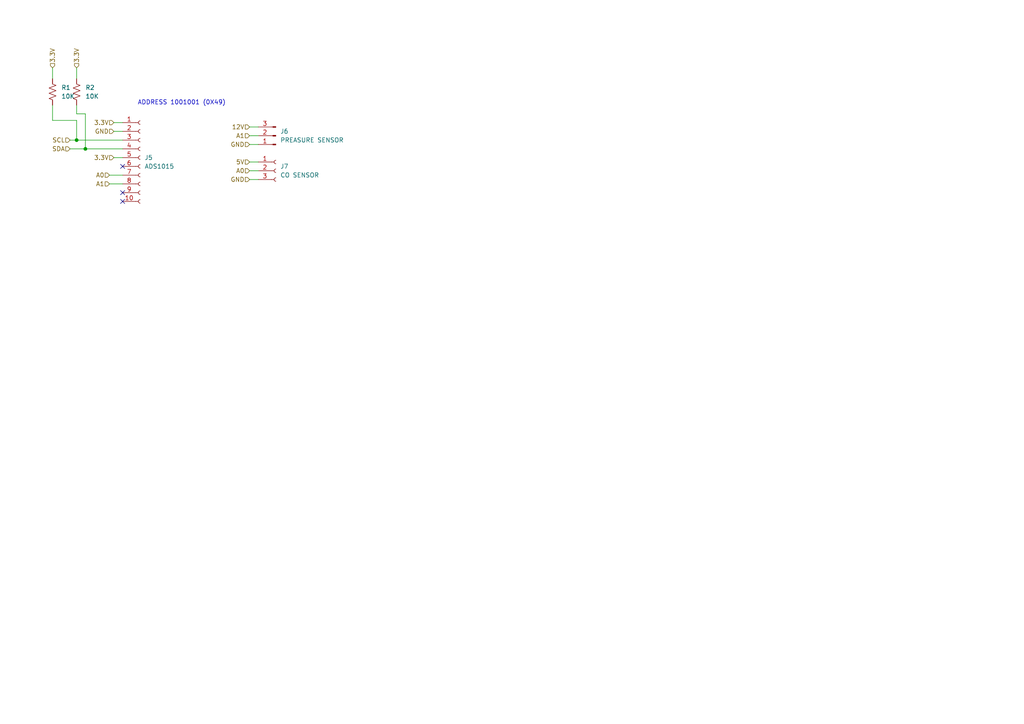
<source format=kicad_sch>
(kicad_sch (version 20231120) (generator "eeschema") (generator_version "8.0")
  (paper "A4")
  (lib_symbols
    (symbol "Connector:Conn_01x03_Pin" (pin_names (offset 1.016) hide)
      (property "Reference" "J" (at 0 5.08 0))
      (property "Value" "Conn_01x03_Pin" (at 0 -5.08 0))
      (symbol "Conn_01x03_Pin_1_1"
        (polyline (pts (xy 1.27 -2.54) (xy 0.8636 -2.54)) (stroke (width 0.1524)))
        (polyline (pts (xy 1.27 0) (xy 0.8636 0)) (stroke (width 0.1524)))
        (polyline (pts (xy 1.27 2.54) (xy 0.8636 2.54)) (stroke (width 0.1524)))
        (rectangle (start 0.8636 -2.413) (end 0 -2.667) (stroke (width 0.1524)) (fill (type outline)))
        (rectangle (start 0.8636 0.127) (end 0 -0.127) (stroke (width 0.1524)) (fill (type outline)))
        (rectangle (start 0.8636 2.667) (end 0 2.413) (stroke (width 0.1524)) (fill (type outline)))
        (pin passive line (at 5.08 2.54 180) (length 3.81) (name "Pin_1") (number "1"))
        (pin passive line (at 5.08 0 180) (length 3.81) (name "Pin_2") (number "2"))
        (pin passive line (at 5.08 -2.54 180) (length 3.81) (name "Pin_3") (number "3"))
      )
    )
    (symbol "Connector:Conn_01x03_Socket" (pin_names (offset 1.016) hide)
      (property "Reference" "J" (at 0 5.08 0))
      (property "Value" "Conn_01x03_Socket" (at 0 -5.08 0))
      (symbol "Conn_01x03_Socket_1_1"
        (arc (start 0 -2.032) (mid -0.5058 -2.54) (end 0 -3.048) (stroke (width 0.1524)))
        (polyline (pts (xy -1.27 -2.54) (xy -0.508 -2.54)) (stroke (width 0.1524)))
        (polyline (pts (xy -1.27 0) (xy -0.508 0)) (stroke (width 0.1524)))
        (polyline (pts (xy -1.27 2.54) (xy -0.508 2.54)) (stroke (width 0.1524)))
        (arc (start 0 0.508) (mid -0.5058 0) (end 0 -0.508) (stroke (width 0.1524)))
        (arc (start 0 3.048) (mid -0.5058 2.54) (end 0 2.032) (stroke (width 0.1524)))
        (pin passive line (at -5.08 2.54 0) (length 3.81) (name "Pin_1") (number "1"))
        (pin passive line (at -5.08 0 0) (length 3.81) (name "Pin_2") (number "2"))
        (pin passive line (at -5.08 -2.54 0) (length 3.81) (name "Pin_3") (number "3"))
      )
    )
    (symbol "Connector:Conn_01x10_Socket" (pin_names (offset 1.016) hide)
      (property "Reference" "J" (at 0 12.7 0))
      (property "Value" "Conn_01x10_Socket" (at 0 -15.24 0))
      (symbol "Conn_01x10_Socket_1_1"
        (arc (start 0 -12.192) (mid -0.5058 -12.7) (end 0 -13.208) (stroke (width 0.1524)))
        (arc (start 0 -9.652) (mid -0.5058 -10.16) (end 0 -10.668) (stroke (width 0.1524)))
        (arc (start 0 -7.112) (mid -0.5058 -7.62) (end 0 -8.128) (stroke (width 0.1524)))
        (arc (start 0 -4.572) (mid -0.5058 -5.08) (end 0 -5.588) (stroke (width 0.1524)))
        (arc (start 0 -2.032) (mid -0.5058 -2.54) (end 0 -3.048) (stroke (width 0.1524)))
        (polyline (pts (xy -1.27 -12.7) (xy -0.508 -12.7)) (stroke (width 0.1524)))
        (polyline (pts (xy -1.27 -10.16) (xy -0.508 -10.16)) (stroke (width 0.1524)))
        (polyline (pts (xy -1.27 -7.62) (xy -0.508 -7.62)) (stroke (width 0.1524)))
        (polyline (pts (xy -1.27 -5.08) (xy -0.508 -5.08)) (stroke (width 0.1524)))
        (polyline (pts (xy -1.27 -2.54) (xy -0.508 -2.54)) (stroke (width 0.1524)))
        (polyline (pts (xy -1.27 0) (xy -0.508 0)) (stroke (width 0.1524)))
        (polyline (pts (xy -1.27 2.54) (xy -0.508 2.54)) (stroke (width 0.1524)))
        (polyline (pts (xy -1.27 5.08) (xy -0.508 5.08)) (stroke (width 0.1524)))
        (polyline (pts (xy -1.27 7.62) (xy -0.508 7.62)) (stroke (width 0.1524)))
        (polyline (pts (xy -1.27 10.16) (xy -0.508 10.16)) (stroke (width 0.1524)))
        (arc (start 0 0.508) (mid -0.5058 0) (end 0 -0.508) (stroke (width 0.1524)))
        (arc (start 0 3.048) (mid -0.5058 2.54) (end 0 2.032) (stroke (width 0.1524)))
        (arc (start 0 5.588) (mid -0.5058 5.08) (end 0 4.572) (stroke (width 0.1524)))
        (arc (start 0 8.128) (mid -0.5058 7.62) (end 0 7.112) (stroke (width 0.1524)))
        (arc (start 0 10.668) (mid -0.5058 10.16) (end 0 9.652) (stroke (width 0.1524)))
        (pin passive line (at -5.08 10.16 0) (length 3.81) (name "Pin_1") (number "1"))
        (pin passive line (at -5.08 -12.7 0) (length 3.81) (name "Pin_10") (number "10"))
        (pin passive line (at -5.08 7.62 0) (length 3.81) (name "Pin_2") (number "2"))
        (pin passive line (at -5.08 5.08 0) (length 3.81) (name "Pin_3") (number "3"))
        (pin passive line (at -5.08 2.54 0) (length 3.81) (name "Pin_4") (number "4"))
        (pin passive line (at -5.08 0 0) (length 3.81) (name "Pin_5") (number "5"))
        (pin passive line (at -5.08 -2.54 0) (length 3.81) (name "Pin_6") (number "6"))
        (pin passive line (at -5.08 -5.08 0) (length 3.81) (name "Pin_7") (number "7"))
        (pin passive line (at -5.08 -7.62 0) (length 3.81) (name "Pin_8") (number "8"))
        (pin passive line (at -5.08 -10.16 0) (length 3.81) (name "Pin_9") (number "9"))
      )
    )
    (symbol "Device:R_US" (pin_numbers hide) (pin_names (offset 0))
      (property "Reference" "R" (at 2.54 0 90))
      (property "Value" "R_US" (at -2.54 0 90))
      (symbol "R_US_0_1"
        (polyline (pts (xy 0 -2.286) (xy 0 -2.54)))
        (polyline (pts (xy 0 2.286) (xy 0 2.54)))
        (polyline (pts (xy 0 -0.762) (xy 1.016 -1.143) (xy 0 -1.524) (xy -1.016 -1.905) (xy 0 -2.286)))
        (polyline (pts (xy 0 0.762) (xy 1.016 0.381) (xy 0 0) (xy -1.016 -0.381) (xy 0 -0.762)))
        (polyline (pts (xy 0 2.286) (xy 1.016 1.905) (xy 0 1.524) (xy -1.016 1.143) (xy 0 0.762)))
      )
      (symbol "R_US_1_1"
        (pin passive line (at 0 3.81 270) (length 1.27) (name "~") (number "1"))
        (pin passive line (at 0 -3.81 90) (length 1.27) (name "~") (number "2"))
      )
    )
  )
  (junction (at 24.765 43.18))
  (junction (at 22.225 40.64))
  (no_connect (at 35.56 58.42))
  (no_connect (at 35.56 48.26))
  (no_connect (at 35.56 55.88))
  (wire (pts (xy 22.225 33.02) (xy 24.765 33.02)))
  (wire (pts (xy 33.02 38.1) (xy 35.56 38.1)))
  (wire (pts (xy 33.02 35.56) (xy 35.56 35.56)))
  (wire (pts (xy 15.24 19.685) (xy 15.24 22.86)))
  (wire (pts (xy 20.32 40.64) (xy 22.225 40.64)))
  (wire (pts (xy 22.225 19.685) (xy 22.225 22.86)))
  (wire (pts (xy 24.765 43.18) (xy 35.56 43.18)))
  (wire (pts (xy 72.39 39.37) (xy 74.93 39.37)))
  (wire (pts (xy 31.75 50.8) (xy 35.56 50.8)))
  (wire (pts (xy 22.225 40.64) (xy 35.56 40.64)))
  (wire (pts (xy 72.39 49.53) (xy 74.93 49.53)))
  (wire (pts (xy 22.225 34.925) (xy 22.225 40.64)))
  (wire (pts (xy 24.765 33.02) (xy 24.765 43.18)))
  (wire (pts (xy 72.39 52.07) (xy 74.93 52.07)))
  (wire (pts (xy 72.39 36.83) (xy 74.93 36.83)))
  (wire (pts (xy 15.24 30.48) (xy 15.24 34.925)))
  (wire (pts (xy 31.75 53.34) (xy 35.56 53.34)))
  (wire (pts (xy 72.39 41.91) (xy 74.93 41.91)))
  (wire (pts (xy 15.24 34.925) (xy 22.225 34.925)))
  (wire (pts (xy 22.225 30.48) (xy 22.225 33.02)))
  (wire (pts (xy 33.02 45.72) (xy 35.56 45.72)))
  (wire (pts (xy 20.32 43.18) (xy 24.765 43.18)))
  (wire (pts (xy 72.39 46.99) (xy 74.93 46.99)))
  (text "ADDRESS 1001001 (0X49)\n" (at 52.705 29.845 0) (effects (font (size 1.27 1.27))))
  (hierarchical_label "12V" (shape input) (at 72.39 36.83 180))
  (hierarchical_label "3.3V" (shape input) (at 15.24 19.685 90))
  (hierarchical_label "3.3V" (shape input) (at 33.02 45.72 180))
  (hierarchical_label "A0" (shape input) (at 31.75 50.8 180))
  (hierarchical_label "SCL" (shape input) (at 20.32 40.64 180))
  (hierarchical_label "GND" (shape input) (at 72.39 41.91 180))
  (hierarchical_label "A1" (shape input) (at 72.39 39.37 180))
  (hierarchical_label "5V" (shape input) (at 72.39 46.99 180))
  (hierarchical_label "A0" (shape input) (at 72.39 49.53 180))
  (hierarchical_label "GND" (shape input) (at 33.02 38.1 180))
  (hierarchical_label "SDA" (shape input) (at 20.32 43.18 180))
  (hierarchical_label "3.3V" (shape input) (at 33.02 35.56 180))
  (hierarchical_label "A1" (shape input) (at 31.75 53.34 180))
  (hierarchical_label "3.3V" (shape input) (at 22.225 19.685 90))
  (hierarchical_label "GND" (shape input) (at 72.39 52.07 180))
  (symbol (lib_id "Connector:Conn_01x03_Pin") (at 80.01 39.37 180) (unit 1)
    (property "Reference" "J6" (at 81.28 38.0999 0) (effects (justify right)))
    (property "Value" "PREASURE SENSOR" (at 81.28 40.6399 0) (effects (justify right)))
    (property "Footprint" "Connector_JST:JST_XH_B3B-XH-A_1x03_P2.50mm_Vertical" (effects (hide yes)))
    (property "Description" "Generic connector, single row, 01x03, script generated" (effects (hide yes)))
  )
  (symbol (lib_id "Device:R_US") (at 15.24 26.67 0) (unit 1)
    (property "Reference" "R1" (at 17.78 25.3999 0) (effects (justify left)))
    (property "Value" "10K" (at 17.78 27.9399 0) (effects (justify left)))
    (property "Footprint" "Resistor_SMD:R_0402_1005Metric_Pad0.72x0.64mm_HandSolder" (effects (hide yes)))
    (property "Description" "Resistor, US symbol" (effects (hide yes)))
  )
  (symbol (lib_id "Connector:Conn_01x03_Socket") (at 80.01 49.53 0) (unit 1)
    (property "Reference" "J7" (at 81.28 48.2599 0) (effects (justify left)))
    (property "Value" "CO SENSOR" (at 81.28 50.7999 0) (effects (justify left)))
    (property "Footprint" "Connector_JST:JST_XA_B03B-XASK-1_1x03_P2.50mm_Vertical" (effects (hide yes)))
    (property "Description" "Generic connector, single row, 01x03, script generated" (effects (hide yes)))
  )
  (symbol (lib_id "Connector:Conn_01x10_Socket") (at 40.64 45.72 0) (unit 1)
    (property "Reference" "J5" (at 41.91 45.7199 0) (effects (justify left)))
    (property "Value" "ADS1015" (at 41.91 48.2599 0) (effects (justify left)))
    (property "Footprint" "Connector_PinSocket_2.54mm:PinSocket_1x10_P2.54mm_Vertical" (effects (hide yes)))
    (property "Description" "Generic connector, single row, 01x10, script generated" (effects (hide yes)))
  )
  (symbol (lib_id "Device:R_US") (at 22.225 26.67 0) (unit 1)
    (property "Reference" "R2" (at 24.765 25.3999 0) (effects (justify left)))
    (property "Value" "10K" (at 24.765 27.9399 0) (effects (justify left)))
    (property "Footprint" "Resistor_SMD:R_0402_1005Metric_Pad0.72x0.64mm_HandSolder" (effects (hide yes)))
    (property "Description" "Resistor, US symbol" (effects (hide yes)))
  )
)
</source>
